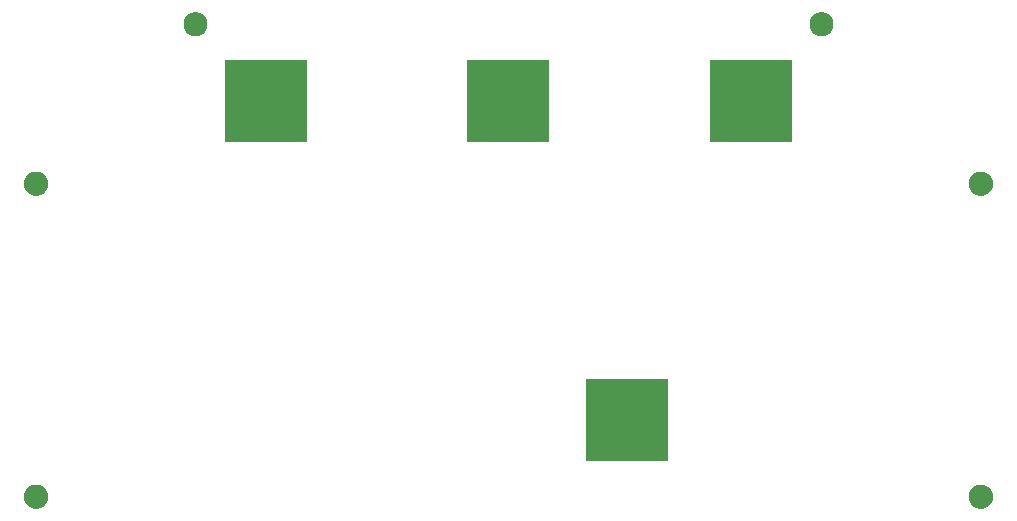
<source format=gtp>
G75*
%MOIN*%
%OFA0B0*%
%FSLAX25Y25*%
%IPPOS*%
%LPD*%
%AMOC8*
5,1,8,0,0,1.08239X$1,22.5*
%
%ADD10C,0.03937*%
%ADD11R,0.27559X0.27559*%
D10*
X0003031Y0028809D02*
X0003033Y0028897D01*
X0003039Y0028985D01*
X0003049Y0029073D01*
X0003063Y0029161D01*
X0003080Y0029247D01*
X0003102Y0029333D01*
X0003127Y0029417D01*
X0003157Y0029501D01*
X0003189Y0029583D01*
X0003226Y0029663D01*
X0003266Y0029742D01*
X0003310Y0029819D01*
X0003357Y0029894D01*
X0003407Y0029966D01*
X0003461Y0030037D01*
X0003517Y0030104D01*
X0003577Y0030170D01*
X0003639Y0030232D01*
X0003705Y0030292D01*
X0003772Y0030348D01*
X0003843Y0030402D01*
X0003915Y0030452D01*
X0003990Y0030499D01*
X0004067Y0030543D01*
X0004146Y0030583D01*
X0004226Y0030620D01*
X0004308Y0030652D01*
X0004392Y0030682D01*
X0004476Y0030707D01*
X0004562Y0030729D01*
X0004648Y0030746D01*
X0004736Y0030760D01*
X0004824Y0030770D01*
X0004912Y0030776D01*
X0005000Y0030778D01*
X0005088Y0030776D01*
X0005176Y0030770D01*
X0005264Y0030760D01*
X0005352Y0030746D01*
X0005438Y0030729D01*
X0005524Y0030707D01*
X0005608Y0030682D01*
X0005692Y0030652D01*
X0005774Y0030620D01*
X0005854Y0030583D01*
X0005933Y0030543D01*
X0006010Y0030499D01*
X0006085Y0030452D01*
X0006157Y0030402D01*
X0006228Y0030348D01*
X0006295Y0030292D01*
X0006361Y0030232D01*
X0006423Y0030170D01*
X0006483Y0030104D01*
X0006539Y0030037D01*
X0006593Y0029966D01*
X0006643Y0029894D01*
X0006690Y0029819D01*
X0006734Y0029742D01*
X0006774Y0029663D01*
X0006811Y0029583D01*
X0006843Y0029501D01*
X0006873Y0029417D01*
X0006898Y0029333D01*
X0006920Y0029247D01*
X0006937Y0029161D01*
X0006951Y0029073D01*
X0006961Y0028985D01*
X0006967Y0028897D01*
X0006969Y0028809D01*
X0006967Y0028721D01*
X0006961Y0028633D01*
X0006951Y0028545D01*
X0006937Y0028457D01*
X0006920Y0028371D01*
X0006898Y0028285D01*
X0006873Y0028201D01*
X0006843Y0028117D01*
X0006811Y0028035D01*
X0006774Y0027955D01*
X0006734Y0027876D01*
X0006690Y0027799D01*
X0006643Y0027724D01*
X0006593Y0027652D01*
X0006539Y0027581D01*
X0006483Y0027514D01*
X0006423Y0027448D01*
X0006361Y0027386D01*
X0006295Y0027326D01*
X0006228Y0027270D01*
X0006157Y0027216D01*
X0006085Y0027166D01*
X0006010Y0027119D01*
X0005933Y0027075D01*
X0005854Y0027035D01*
X0005774Y0026998D01*
X0005692Y0026966D01*
X0005608Y0026936D01*
X0005524Y0026911D01*
X0005438Y0026889D01*
X0005352Y0026872D01*
X0005264Y0026858D01*
X0005176Y0026848D01*
X0005088Y0026842D01*
X0005000Y0026840D01*
X0004912Y0026842D01*
X0004824Y0026848D01*
X0004736Y0026858D01*
X0004648Y0026872D01*
X0004562Y0026889D01*
X0004476Y0026911D01*
X0004392Y0026936D01*
X0004308Y0026966D01*
X0004226Y0026998D01*
X0004146Y0027035D01*
X0004067Y0027075D01*
X0003990Y0027119D01*
X0003915Y0027166D01*
X0003843Y0027216D01*
X0003772Y0027270D01*
X0003705Y0027326D01*
X0003639Y0027386D01*
X0003577Y0027448D01*
X0003517Y0027514D01*
X0003461Y0027581D01*
X0003407Y0027652D01*
X0003357Y0027724D01*
X0003310Y0027799D01*
X0003266Y0027876D01*
X0003226Y0027955D01*
X0003189Y0028035D01*
X0003157Y0028117D01*
X0003127Y0028201D01*
X0003102Y0028285D01*
X0003080Y0028371D01*
X0003063Y0028457D01*
X0003049Y0028545D01*
X0003039Y0028633D01*
X0003033Y0028721D01*
X0003031Y0028809D01*
X0003031Y0133140D02*
X0003033Y0133228D01*
X0003039Y0133316D01*
X0003049Y0133404D01*
X0003063Y0133492D01*
X0003080Y0133578D01*
X0003102Y0133664D01*
X0003127Y0133748D01*
X0003157Y0133832D01*
X0003189Y0133914D01*
X0003226Y0133994D01*
X0003266Y0134073D01*
X0003310Y0134150D01*
X0003357Y0134225D01*
X0003407Y0134297D01*
X0003461Y0134368D01*
X0003517Y0134435D01*
X0003577Y0134501D01*
X0003639Y0134563D01*
X0003705Y0134623D01*
X0003772Y0134679D01*
X0003843Y0134733D01*
X0003915Y0134783D01*
X0003990Y0134830D01*
X0004067Y0134874D01*
X0004146Y0134914D01*
X0004226Y0134951D01*
X0004308Y0134983D01*
X0004392Y0135013D01*
X0004476Y0135038D01*
X0004562Y0135060D01*
X0004648Y0135077D01*
X0004736Y0135091D01*
X0004824Y0135101D01*
X0004912Y0135107D01*
X0005000Y0135109D01*
X0005088Y0135107D01*
X0005176Y0135101D01*
X0005264Y0135091D01*
X0005352Y0135077D01*
X0005438Y0135060D01*
X0005524Y0135038D01*
X0005608Y0135013D01*
X0005692Y0134983D01*
X0005774Y0134951D01*
X0005854Y0134914D01*
X0005933Y0134874D01*
X0006010Y0134830D01*
X0006085Y0134783D01*
X0006157Y0134733D01*
X0006228Y0134679D01*
X0006295Y0134623D01*
X0006361Y0134563D01*
X0006423Y0134501D01*
X0006483Y0134435D01*
X0006539Y0134368D01*
X0006593Y0134297D01*
X0006643Y0134225D01*
X0006690Y0134150D01*
X0006734Y0134073D01*
X0006774Y0133994D01*
X0006811Y0133914D01*
X0006843Y0133832D01*
X0006873Y0133748D01*
X0006898Y0133664D01*
X0006920Y0133578D01*
X0006937Y0133492D01*
X0006951Y0133404D01*
X0006961Y0133316D01*
X0006967Y0133228D01*
X0006969Y0133140D01*
X0006967Y0133052D01*
X0006961Y0132964D01*
X0006951Y0132876D01*
X0006937Y0132788D01*
X0006920Y0132702D01*
X0006898Y0132616D01*
X0006873Y0132532D01*
X0006843Y0132448D01*
X0006811Y0132366D01*
X0006774Y0132286D01*
X0006734Y0132207D01*
X0006690Y0132130D01*
X0006643Y0132055D01*
X0006593Y0131983D01*
X0006539Y0131912D01*
X0006483Y0131845D01*
X0006423Y0131779D01*
X0006361Y0131717D01*
X0006295Y0131657D01*
X0006228Y0131601D01*
X0006157Y0131547D01*
X0006085Y0131497D01*
X0006010Y0131450D01*
X0005933Y0131406D01*
X0005854Y0131366D01*
X0005774Y0131329D01*
X0005692Y0131297D01*
X0005608Y0131267D01*
X0005524Y0131242D01*
X0005438Y0131220D01*
X0005352Y0131203D01*
X0005264Y0131189D01*
X0005176Y0131179D01*
X0005088Y0131173D01*
X0005000Y0131171D01*
X0004912Y0131173D01*
X0004824Y0131179D01*
X0004736Y0131189D01*
X0004648Y0131203D01*
X0004562Y0131220D01*
X0004476Y0131242D01*
X0004392Y0131267D01*
X0004308Y0131297D01*
X0004226Y0131329D01*
X0004146Y0131366D01*
X0004067Y0131406D01*
X0003990Y0131450D01*
X0003915Y0131497D01*
X0003843Y0131547D01*
X0003772Y0131601D01*
X0003705Y0131657D01*
X0003639Y0131717D01*
X0003577Y0131779D01*
X0003517Y0131845D01*
X0003461Y0131912D01*
X0003407Y0131983D01*
X0003357Y0132055D01*
X0003310Y0132130D01*
X0003266Y0132207D01*
X0003226Y0132286D01*
X0003189Y0132366D01*
X0003157Y0132448D01*
X0003127Y0132532D01*
X0003102Y0132616D01*
X0003080Y0132702D01*
X0003063Y0132788D01*
X0003049Y0132876D01*
X0003039Y0132964D01*
X0003033Y0133052D01*
X0003031Y0133140D01*
X0056181Y0186289D02*
X0056183Y0186377D01*
X0056189Y0186465D01*
X0056199Y0186553D01*
X0056213Y0186641D01*
X0056230Y0186727D01*
X0056252Y0186813D01*
X0056277Y0186897D01*
X0056307Y0186981D01*
X0056339Y0187063D01*
X0056376Y0187143D01*
X0056416Y0187222D01*
X0056460Y0187299D01*
X0056507Y0187374D01*
X0056557Y0187446D01*
X0056611Y0187517D01*
X0056667Y0187584D01*
X0056727Y0187650D01*
X0056789Y0187712D01*
X0056855Y0187772D01*
X0056922Y0187828D01*
X0056993Y0187882D01*
X0057065Y0187932D01*
X0057140Y0187979D01*
X0057217Y0188023D01*
X0057296Y0188063D01*
X0057376Y0188100D01*
X0057458Y0188132D01*
X0057542Y0188162D01*
X0057626Y0188187D01*
X0057712Y0188209D01*
X0057798Y0188226D01*
X0057886Y0188240D01*
X0057974Y0188250D01*
X0058062Y0188256D01*
X0058150Y0188258D01*
X0058238Y0188256D01*
X0058326Y0188250D01*
X0058414Y0188240D01*
X0058502Y0188226D01*
X0058588Y0188209D01*
X0058674Y0188187D01*
X0058758Y0188162D01*
X0058842Y0188132D01*
X0058924Y0188100D01*
X0059004Y0188063D01*
X0059083Y0188023D01*
X0059160Y0187979D01*
X0059235Y0187932D01*
X0059307Y0187882D01*
X0059378Y0187828D01*
X0059445Y0187772D01*
X0059511Y0187712D01*
X0059573Y0187650D01*
X0059633Y0187584D01*
X0059689Y0187517D01*
X0059743Y0187446D01*
X0059793Y0187374D01*
X0059840Y0187299D01*
X0059884Y0187222D01*
X0059924Y0187143D01*
X0059961Y0187063D01*
X0059993Y0186981D01*
X0060023Y0186897D01*
X0060048Y0186813D01*
X0060070Y0186727D01*
X0060087Y0186641D01*
X0060101Y0186553D01*
X0060111Y0186465D01*
X0060117Y0186377D01*
X0060119Y0186289D01*
X0060117Y0186201D01*
X0060111Y0186113D01*
X0060101Y0186025D01*
X0060087Y0185937D01*
X0060070Y0185851D01*
X0060048Y0185765D01*
X0060023Y0185681D01*
X0059993Y0185597D01*
X0059961Y0185515D01*
X0059924Y0185435D01*
X0059884Y0185356D01*
X0059840Y0185279D01*
X0059793Y0185204D01*
X0059743Y0185132D01*
X0059689Y0185061D01*
X0059633Y0184994D01*
X0059573Y0184928D01*
X0059511Y0184866D01*
X0059445Y0184806D01*
X0059378Y0184750D01*
X0059307Y0184696D01*
X0059235Y0184646D01*
X0059160Y0184599D01*
X0059083Y0184555D01*
X0059004Y0184515D01*
X0058924Y0184478D01*
X0058842Y0184446D01*
X0058758Y0184416D01*
X0058674Y0184391D01*
X0058588Y0184369D01*
X0058502Y0184352D01*
X0058414Y0184338D01*
X0058326Y0184328D01*
X0058238Y0184322D01*
X0058150Y0184320D01*
X0058062Y0184322D01*
X0057974Y0184328D01*
X0057886Y0184338D01*
X0057798Y0184352D01*
X0057712Y0184369D01*
X0057626Y0184391D01*
X0057542Y0184416D01*
X0057458Y0184446D01*
X0057376Y0184478D01*
X0057296Y0184515D01*
X0057217Y0184555D01*
X0057140Y0184599D01*
X0057065Y0184646D01*
X0056993Y0184696D01*
X0056922Y0184750D01*
X0056855Y0184806D01*
X0056789Y0184866D01*
X0056727Y0184928D01*
X0056667Y0184994D01*
X0056611Y0185061D01*
X0056557Y0185132D01*
X0056507Y0185204D01*
X0056460Y0185279D01*
X0056416Y0185356D01*
X0056376Y0185435D01*
X0056339Y0185515D01*
X0056307Y0185597D01*
X0056277Y0185681D01*
X0056252Y0185765D01*
X0056230Y0185851D01*
X0056213Y0185937D01*
X0056199Y0186025D01*
X0056189Y0186113D01*
X0056183Y0186201D01*
X0056181Y0186289D01*
X0264842Y0186289D02*
X0264844Y0186377D01*
X0264850Y0186465D01*
X0264860Y0186553D01*
X0264874Y0186641D01*
X0264891Y0186727D01*
X0264913Y0186813D01*
X0264938Y0186897D01*
X0264968Y0186981D01*
X0265000Y0187063D01*
X0265037Y0187143D01*
X0265077Y0187222D01*
X0265121Y0187299D01*
X0265168Y0187374D01*
X0265218Y0187446D01*
X0265272Y0187517D01*
X0265328Y0187584D01*
X0265388Y0187650D01*
X0265450Y0187712D01*
X0265516Y0187772D01*
X0265583Y0187828D01*
X0265654Y0187882D01*
X0265726Y0187932D01*
X0265801Y0187979D01*
X0265878Y0188023D01*
X0265957Y0188063D01*
X0266037Y0188100D01*
X0266119Y0188132D01*
X0266203Y0188162D01*
X0266287Y0188187D01*
X0266373Y0188209D01*
X0266459Y0188226D01*
X0266547Y0188240D01*
X0266635Y0188250D01*
X0266723Y0188256D01*
X0266811Y0188258D01*
X0266899Y0188256D01*
X0266987Y0188250D01*
X0267075Y0188240D01*
X0267163Y0188226D01*
X0267249Y0188209D01*
X0267335Y0188187D01*
X0267419Y0188162D01*
X0267503Y0188132D01*
X0267585Y0188100D01*
X0267665Y0188063D01*
X0267744Y0188023D01*
X0267821Y0187979D01*
X0267896Y0187932D01*
X0267968Y0187882D01*
X0268039Y0187828D01*
X0268106Y0187772D01*
X0268172Y0187712D01*
X0268234Y0187650D01*
X0268294Y0187584D01*
X0268350Y0187517D01*
X0268404Y0187446D01*
X0268454Y0187374D01*
X0268501Y0187299D01*
X0268545Y0187222D01*
X0268585Y0187143D01*
X0268622Y0187063D01*
X0268654Y0186981D01*
X0268684Y0186897D01*
X0268709Y0186813D01*
X0268731Y0186727D01*
X0268748Y0186641D01*
X0268762Y0186553D01*
X0268772Y0186465D01*
X0268778Y0186377D01*
X0268780Y0186289D01*
X0268778Y0186201D01*
X0268772Y0186113D01*
X0268762Y0186025D01*
X0268748Y0185937D01*
X0268731Y0185851D01*
X0268709Y0185765D01*
X0268684Y0185681D01*
X0268654Y0185597D01*
X0268622Y0185515D01*
X0268585Y0185435D01*
X0268545Y0185356D01*
X0268501Y0185279D01*
X0268454Y0185204D01*
X0268404Y0185132D01*
X0268350Y0185061D01*
X0268294Y0184994D01*
X0268234Y0184928D01*
X0268172Y0184866D01*
X0268106Y0184806D01*
X0268039Y0184750D01*
X0267968Y0184696D01*
X0267896Y0184646D01*
X0267821Y0184599D01*
X0267744Y0184555D01*
X0267665Y0184515D01*
X0267585Y0184478D01*
X0267503Y0184446D01*
X0267419Y0184416D01*
X0267335Y0184391D01*
X0267249Y0184369D01*
X0267163Y0184352D01*
X0267075Y0184338D01*
X0266987Y0184328D01*
X0266899Y0184322D01*
X0266811Y0184320D01*
X0266723Y0184322D01*
X0266635Y0184328D01*
X0266547Y0184338D01*
X0266459Y0184352D01*
X0266373Y0184369D01*
X0266287Y0184391D01*
X0266203Y0184416D01*
X0266119Y0184446D01*
X0266037Y0184478D01*
X0265957Y0184515D01*
X0265878Y0184555D01*
X0265801Y0184599D01*
X0265726Y0184646D01*
X0265654Y0184696D01*
X0265583Y0184750D01*
X0265516Y0184806D01*
X0265450Y0184866D01*
X0265388Y0184928D01*
X0265328Y0184994D01*
X0265272Y0185061D01*
X0265218Y0185132D01*
X0265168Y0185204D01*
X0265121Y0185279D01*
X0265077Y0185356D01*
X0265037Y0185435D01*
X0265000Y0185515D01*
X0264968Y0185597D01*
X0264938Y0185681D01*
X0264913Y0185765D01*
X0264891Y0185851D01*
X0264874Y0185937D01*
X0264860Y0186025D01*
X0264850Y0186113D01*
X0264844Y0186201D01*
X0264842Y0186289D01*
X0317992Y0133140D02*
X0317994Y0133228D01*
X0318000Y0133316D01*
X0318010Y0133404D01*
X0318024Y0133492D01*
X0318041Y0133578D01*
X0318063Y0133664D01*
X0318088Y0133748D01*
X0318118Y0133832D01*
X0318150Y0133914D01*
X0318187Y0133994D01*
X0318227Y0134073D01*
X0318271Y0134150D01*
X0318318Y0134225D01*
X0318368Y0134297D01*
X0318422Y0134368D01*
X0318478Y0134435D01*
X0318538Y0134501D01*
X0318600Y0134563D01*
X0318666Y0134623D01*
X0318733Y0134679D01*
X0318804Y0134733D01*
X0318876Y0134783D01*
X0318951Y0134830D01*
X0319028Y0134874D01*
X0319107Y0134914D01*
X0319187Y0134951D01*
X0319269Y0134983D01*
X0319353Y0135013D01*
X0319437Y0135038D01*
X0319523Y0135060D01*
X0319609Y0135077D01*
X0319697Y0135091D01*
X0319785Y0135101D01*
X0319873Y0135107D01*
X0319961Y0135109D01*
X0320049Y0135107D01*
X0320137Y0135101D01*
X0320225Y0135091D01*
X0320313Y0135077D01*
X0320399Y0135060D01*
X0320485Y0135038D01*
X0320569Y0135013D01*
X0320653Y0134983D01*
X0320735Y0134951D01*
X0320815Y0134914D01*
X0320894Y0134874D01*
X0320971Y0134830D01*
X0321046Y0134783D01*
X0321118Y0134733D01*
X0321189Y0134679D01*
X0321256Y0134623D01*
X0321322Y0134563D01*
X0321384Y0134501D01*
X0321444Y0134435D01*
X0321500Y0134368D01*
X0321554Y0134297D01*
X0321604Y0134225D01*
X0321651Y0134150D01*
X0321695Y0134073D01*
X0321735Y0133994D01*
X0321772Y0133914D01*
X0321804Y0133832D01*
X0321834Y0133748D01*
X0321859Y0133664D01*
X0321881Y0133578D01*
X0321898Y0133492D01*
X0321912Y0133404D01*
X0321922Y0133316D01*
X0321928Y0133228D01*
X0321930Y0133140D01*
X0321928Y0133052D01*
X0321922Y0132964D01*
X0321912Y0132876D01*
X0321898Y0132788D01*
X0321881Y0132702D01*
X0321859Y0132616D01*
X0321834Y0132532D01*
X0321804Y0132448D01*
X0321772Y0132366D01*
X0321735Y0132286D01*
X0321695Y0132207D01*
X0321651Y0132130D01*
X0321604Y0132055D01*
X0321554Y0131983D01*
X0321500Y0131912D01*
X0321444Y0131845D01*
X0321384Y0131779D01*
X0321322Y0131717D01*
X0321256Y0131657D01*
X0321189Y0131601D01*
X0321118Y0131547D01*
X0321046Y0131497D01*
X0320971Y0131450D01*
X0320894Y0131406D01*
X0320815Y0131366D01*
X0320735Y0131329D01*
X0320653Y0131297D01*
X0320569Y0131267D01*
X0320485Y0131242D01*
X0320399Y0131220D01*
X0320313Y0131203D01*
X0320225Y0131189D01*
X0320137Y0131179D01*
X0320049Y0131173D01*
X0319961Y0131171D01*
X0319873Y0131173D01*
X0319785Y0131179D01*
X0319697Y0131189D01*
X0319609Y0131203D01*
X0319523Y0131220D01*
X0319437Y0131242D01*
X0319353Y0131267D01*
X0319269Y0131297D01*
X0319187Y0131329D01*
X0319107Y0131366D01*
X0319028Y0131406D01*
X0318951Y0131450D01*
X0318876Y0131497D01*
X0318804Y0131547D01*
X0318733Y0131601D01*
X0318666Y0131657D01*
X0318600Y0131717D01*
X0318538Y0131779D01*
X0318478Y0131845D01*
X0318422Y0131912D01*
X0318368Y0131983D01*
X0318318Y0132055D01*
X0318271Y0132130D01*
X0318227Y0132207D01*
X0318187Y0132286D01*
X0318150Y0132366D01*
X0318118Y0132448D01*
X0318088Y0132532D01*
X0318063Y0132616D01*
X0318041Y0132702D01*
X0318024Y0132788D01*
X0318010Y0132876D01*
X0318000Y0132964D01*
X0317994Y0133052D01*
X0317992Y0133140D01*
X0317992Y0028809D02*
X0317994Y0028897D01*
X0318000Y0028985D01*
X0318010Y0029073D01*
X0318024Y0029161D01*
X0318041Y0029247D01*
X0318063Y0029333D01*
X0318088Y0029417D01*
X0318118Y0029501D01*
X0318150Y0029583D01*
X0318187Y0029663D01*
X0318227Y0029742D01*
X0318271Y0029819D01*
X0318318Y0029894D01*
X0318368Y0029966D01*
X0318422Y0030037D01*
X0318478Y0030104D01*
X0318538Y0030170D01*
X0318600Y0030232D01*
X0318666Y0030292D01*
X0318733Y0030348D01*
X0318804Y0030402D01*
X0318876Y0030452D01*
X0318951Y0030499D01*
X0319028Y0030543D01*
X0319107Y0030583D01*
X0319187Y0030620D01*
X0319269Y0030652D01*
X0319353Y0030682D01*
X0319437Y0030707D01*
X0319523Y0030729D01*
X0319609Y0030746D01*
X0319697Y0030760D01*
X0319785Y0030770D01*
X0319873Y0030776D01*
X0319961Y0030778D01*
X0320049Y0030776D01*
X0320137Y0030770D01*
X0320225Y0030760D01*
X0320313Y0030746D01*
X0320399Y0030729D01*
X0320485Y0030707D01*
X0320569Y0030682D01*
X0320653Y0030652D01*
X0320735Y0030620D01*
X0320815Y0030583D01*
X0320894Y0030543D01*
X0320971Y0030499D01*
X0321046Y0030452D01*
X0321118Y0030402D01*
X0321189Y0030348D01*
X0321256Y0030292D01*
X0321322Y0030232D01*
X0321384Y0030170D01*
X0321444Y0030104D01*
X0321500Y0030037D01*
X0321554Y0029966D01*
X0321604Y0029894D01*
X0321651Y0029819D01*
X0321695Y0029742D01*
X0321735Y0029663D01*
X0321772Y0029583D01*
X0321804Y0029501D01*
X0321834Y0029417D01*
X0321859Y0029333D01*
X0321881Y0029247D01*
X0321898Y0029161D01*
X0321912Y0029073D01*
X0321922Y0028985D01*
X0321928Y0028897D01*
X0321930Y0028809D01*
X0321928Y0028721D01*
X0321922Y0028633D01*
X0321912Y0028545D01*
X0321898Y0028457D01*
X0321881Y0028371D01*
X0321859Y0028285D01*
X0321834Y0028201D01*
X0321804Y0028117D01*
X0321772Y0028035D01*
X0321735Y0027955D01*
X0321695Y0027876D01*
X0321651Y0027799D01*
X0321604Y0027724D01*
X0321554Y0027652D01*
X0321500Y0027581D01*
X0321444Y0027514D01*
X0321384Y0027448D01*
X0321322Y0027386D01*
X0321256Y0027326D01*
X0321189Y0027270D01*
X0321118Y0027216D01*
X0321046Y0027166D01*
X0320971Y0027119D01*
X0320894Y0027075D01*
X0320815Y0027035D01*
X0320735Y0026998D01*
X0320653Y0026966D01*
X0320569Y0026936D01*
X0320485Y0026911D01*
X0320399Y0026889D01*
X0320313Y0026872D01*
X0320225Y0026858D01*
X0320137Y0026848D01*
X0320049Y0026842D01*
X0319961Y0026840D01*
X0319873Y0026842D01*
X0319785Y0026848D01*
X0319697Y0026858D01*
X0319609Y0026872D01*
X0319523Y0026889D01*
X0319437Y0026911D01*
X0319353Y0026936D01*
X0319269Y0026966D01*
X0319187Y0026998D01*
X0319107Y0027035D01*
X0319028Y0027075D01*
X0318951Y0027119D01*
X0318876Y0027166D01*
X0318804Y0027216D01*
X0318733Y0027270D01*
X0318666Y0027326D01*
X0318600Y0027386D01*
X0318538Y0027448D01*
X0318478Y0027514D01*
X0318422Y0027581D01*
X0318368Y0027652D01*
X0318318Y0027724D01*
X0318271Y0027799D01*
X0318227Y0027876D01*
X0318187Y0027955D01*
X0318150Y0028035D01*
X0318118Y0028117D01*
X0318088Y0028201D01*
X0318063Y0028285D01*
X0318041Y0028371D01*
X0318024Y0028457D01*
X0318010Y0028545D01*
X0318000Y0028633D01*
X0317994Y0028721D01*
X0317992Y0028809D01*
D11*
X0201850Y0054400D03*
X0162480Y0160699D03*
X0243189Y0160699D03*
X0081772Y0160699D03*
M02*

</source>
